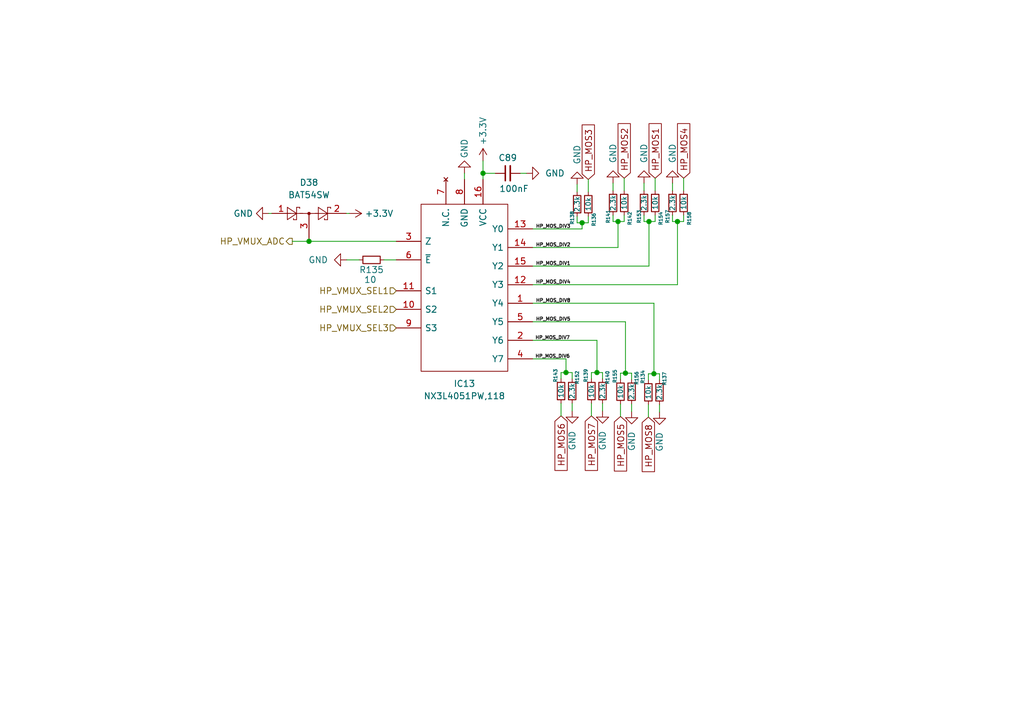
<source format=kicad_sch>
(kicad_sch (version 20211123) (generator eeschema)
  (paper "A5")
  (lib_symbols
    (symbol "Device:C_Small" (pin_numbers hide) (pin_names (offset 0.254) hide)
      (property "Reference" "C" (at 0.254 1.778 0))
      (property "Value" "C_Small" (at 0.254 -2.032 0))
      (symbol "C_Small_0_1"
        (polyline (pts (xy -1.524 -0.508) (xy 1.524 -0.508)) (stroke (width 0.3302)))
        (polyline (pts (xy -1.524 0.508) (xy 1.524 0.508)) (stroke (width 0.3048)))
      )
      (symbol "C_Small_1_1"
        (pin passive line (at 0 2.54 270) (length 2.032) (name "~") (number "1"))
        (pin passive line (at 0 -2.54 90) (length 2.032) (name "~") (number "2"))
      )
    )
    (symbol "Device:R_Small" (pin_numbers hide) (pin_names (offset 0.254) hide)
      (property "Reference" "R" (at 0.762 0.508 0))
      (property "Value" "R_Small" (at 0.762 -1.016 0))
      (symbol "R_Small_0_1"
        (rectangle (start -0.762 1.778) (end 0.762 -1.778) (stroke (width 0.2032)))
      )
      (symbol "R_Small_1_1"
        (pin passive line (at 0 2.54 270) (length 0.762) (name "~") (number "1"))
        (pin passive line (at 0 -2.54 90) (length 0.762) (name "~") (number "2"))
      )
    )
    (symbol "Diode:BAT54SW" (pin_names (offset 1.016))
      (property "Reference" "D" (at 0.635 -3.81 0))
      (property "Value" "BAT54SW" (at -6.35 3.175 0))
      (symbol "BAT54SW_0_1"
        (polyline (pts (xy -3.81 0) (xy -1.27 0)))
        (polyline (pts (xy -3.175 -1.27) (xy -3.175 -1.016)))
        (polyline (pts (xy -2.54 -1.27) (xy -3.175 -1.27)))
        (polyline (pts (xy -2.54 -1.27) (xy -2.54 1.27)))
        (polyline (pts (xy -2.54 1.27) (xy -1.905 1.27)))
        (polyline (pts (xy -1.905 0) (xy 1.905 0)))
        (polyline (pts (xy -1.905 1.27) (xy -1.905 1.016)))
        (polyline (pts (xy 1.27 0) (xy 3.81 0)))
        (polyline (pts (xy 3.175 -1.27) (xy 3.175 -1.016)))
        (polyline (pts (xy 3.81 -1.27) (xy 3.175 -1.27)))
        (polyline (pts (xy 3.81 -1.27) (xy 3.81 1.27)))
        (polyline (pts (xy 3.81 1.27) (xy 4.445 1.27)))
        (polyline (pts (xy 4.445 1.27) (xy 4.445 1.016)))
        (polyline (pts (xy -4.445 1.27) (xy -4.445 -1.27) (xy -2.54 0) (xy -4.445 1.27)))
        (polyline (pts (xy 1.905 1.27) (xy 1.905 -1.27) (xy 3.81 0) (xy 1.905 1.27)))
        (circle (center 0 0) (radius 0.254) (fill (type outline)))
      )
      (symbol "BAT54SW_1_1"
        (pin passive line (at -7.62 0 0) (length 3.81) (name "~") (number "1"))
        (pin passive line (at 7.62 0 180) (length 3.81) (name "~") (number "2"))
        (pin passive line (at 0 -5.08 90) (length 5.08) (name "~") (number "3"))
      )
    )
    (symbol "pdms_additional:NX3L4051PW,118" (pin_names (offset 0.762))
      (property "Reference" "IC" (at 59.69 12.7 0))
      (property "Value" "NX3L4051PW,118" (at 59.69 10.16 0))
      (symbol "NX3L4051PW,118_0_0"
        (pin passive line (at 27.94 -17.78 180) (length 5.08) (name "Y4") (number "1"))
        (pin passive line (at 0 -19.05 0) (length 5.08) (name "S2") (number "10"))
        (pin passive line (at 0 -15.24 0) (length 5.08) (name "S1") (number "11"))
        (pin passive line (at 27.94 -13.97 180) (length 5.08) (name "Y3") (number "12"))
        (pin passive line (at 27.94 -2.54 180) (length 5.08) (name "Y0") (number "13"))
        (pin passive line (at 27.94 -6.35 180) (length 5.08) (name "Y1") (number "14"))
        (pin passive line (at 27.94 -10.16 180) (length 5.08) (name "Y2") (number "15"))
        (pin passive line (at 17.78 7.62 270) (length 5.08) (name "VCC") (number "16"))
        (pin passive line (at 27.94 -25.4 180) (length 5.08) (name "Y6") (number "2"))
        (pin passive line (at 0 -5.08 0) (length 5.08) (name "Z") (number "3"))
        (pin passive line (at 27.94 -29.21 180) (length 5.08) (name "Y7") (number "4"))
        (pin passive line (at 27.94 -21.59 180) (length 5.08) (name "Y5") (number "5"))
        (pin passive line (at 0 -8.89 0) (length 5.08) (name "~{E}") (number "6"))
        (pin no_connect line (at 10.16 7.62 270) (length 5.08) (name "N.C.") (number "7"))
        (pin passive line (at 13.97 7.62 270) (length 5.08) (name "GND") (number "8"))
        (pin passive line (at 0 -22.86 0) (length 5.08) (name "S3") (number "9"))
      )
      (symbol "NX3L4051PW,118_0_1"
        (polyline (pts (xy 5.08 2.54) (xy 22.86 2.54) (xy 22.86 -31.75) (xy 5.08 -31.75) (xy 5.08 2.54)) (stroke (width 0.1524)))
      )
    )
    (symbol "power:+3.3V" (power) (pin_names (offset 0))
      (property "Value" "+3.3V" (at 0 3.556 0))
      (symbol "+3.3V_0_1"
        (polyline (pts (xy -0.762 1.27) (xy 0 2.54)))
        (polyline (pts (xy 0 0) (xy 0 2.54)))
        (polyline (pts (xy 0 2.54) (xy 0.762 1.27)))
      )
      (symbol "+3.3V_1_1"
        (pin power_in line (at 0 0 90) (length 0) hide (name "+3.3V") (number "1"))
      )
    )
    (symbol "power:GND" (power) (pin_names (offset 0))
      (property "Value" "GND" (at 0 -3.81 0))
      (symbol "GND_0_1"
        (polyline (pts (xy 0 0) (xy 0 -1.27) (xy 1.27 -1.27) (xy 0 -2.54) (xy -1.27 -1.27) (xy 0 -1.27)))
      )
      (symbol "GND_1_1"
        (pin power_in line (at 0 0 270) (length 0) hide (name "GND") (number "1"))
      )
    )
  )
  (junction (at 116.078 76.454))
  (junction (at 138.938 45.466))
  (junction (at 122.428 76.454))
  (junction (at 99.06 35.56))
  (junction (at 63.373 49.53))
  (junction (at 128.27 76.581))
  (junction (at 134.112 76.708))
  (junction (at 133.096 45.466))
  (junction (at 119.38 45.72))
  (junction (at 126.746 45.466))
  (wire (pts (xy 106.68 35.56) (xy 107.95 35.56)))
  (wire (pts (xy 121.285 82.804) (xy 121.285 85.344)))
  (wire (pts (xy 132.08 39.116) (xy 132.08 37.592)))
  (wire (pts (xy 117.348 82.804) (xy 117.348 84.328)))
  (wire (pts (xy 129.54 82.931) (xy 129.54 84.455)))
  (wire (pts (xy 109.22 46.99) (xy 119.38 46.99)))
  (wire (pts (xy 140.208 45.466) (xy 140.208 44.196)))
  (wire (pts (xy 135.255 83.058) (xy 135.255 84.582)))
  (wire (pts (xy 121.285 76.454) (xy 122.428 76.454)))
  (wire (pts (xy 99.06 33.02) (xy 99.06 35.56)))
  (wire (pts (xy 117.348 77.724) (xy 117.348 76.454)))
  (wire (pts (xy 122.428 69.85) (xy 122.428 76.454)))
  (wire (pts (xy 55.118 43.815) (xy 55.753 43.815)))
  (wire (pts (xy 118.364 39.37) (xy 118.364 37.846)))
  (wire (pts (xy 127.254 82.931) (xy 127.254 85.471)))
  (wire (pts (xy 126.746 45.466) (xy 126.746 50.8)))
  (wire (pts (xy 119.38 45.72) (xy 120.65 45.72)))
  (wire (pts (xy 134.112 76.708) (xy 135.255 76.708)))
  (wire (pts (xy 137.922 39.116) (xy 137.922 37.592)))
  (wire (pts (xy 132.969 76.708) (xy 134.112 76.708)))
  (wire (pts (xy 120.65 45.72) (xy 120.65 44.45)))
  (wire (pts (xy 121.285 76.454) (xy 121.285 77.724)))
  (wire (pts (xy 95.25 35.56) (xy 95.25 36.83)))
  (wire (pts (xy 125.73 44.196) (xy 125.73 45.466)))
  (wire (pts (xy 125.73 39.116) (xy 125.73 37.592)))
  (wire (pts (xy 125.73 45.466) (xy 126.746 45.466)))
  (wire (pts (xy 134.366 45.466) (xy 134.366 44.196)))
  (wire (pts (xy 78.74 53.34) (xy 81.28 53.34)))
  (wire (pts (xy 123.571 77.724) (xy 123.571 76.454)))
  (wire (pts (xy 109.22 69.85) (xy 122.428 69.85)))
  (wire (pts (xy 109.22 73.66) (xy 116.078 73.66)))
  (wire (pts (xy 116.078 73.66) (xy 116.078 76.454)))
  (wire (pts (xy 138.938 45.466) (xy 138.938 58.42)))
  (wire (pts (xy 122.428 76.454) (xy 123.571 76.454)))
  (wire (pts (xy 109.22 54.61) (xy 133.096 54.61)))
  (wire (pts (xy 115.062 76.454) (xy 116.078 76.454)))
  (wire (pts (xy 134.366 39.116) (xy 134.366 36.576)))
  (wire (pts (xy 128.27 66.04) (xy 128.27 76.581)))
  (wire (pts (xy 138.938 45.466) (xy 140.208 45.466)))
  (wire (pts (xy 128.016 45.466) (xy 128.016 44.196)))
  (wire (pts (xy 63.373 49.53) (xy 63.373 48.895)))
  (wire (pts (xy 109.22 62.23) (xy 134.112 62.23)))
  (wire (pts (xy 137.922 45.466) (xy 138.938 45.466)))
  (wire (pts (xy 99.06 35.56) (xy 99.06 36.83)))
  (wire (pts (xy 128.016 39.116) (xy 128.016 36.576)))
  (wire (pts (xy 129.54 77.851) (xy 129.54 76.581)))
  (wire (pts (xy 116.078 76.454) (xy 117.348 76.454)))
  (wire (pts (xy 135.255 77.978) (xy 135.255 76.708)))
  (wire (pts (xy 109.22 50.8) (xy 126.746 50.8)))
  (wire (pts (xy 115.062 82.804) (xy 115.062 85.344)))
  (wire (pts (xy 109.22 58.42) (xy 138.938 58.42)))
  (wire (pts (xy 101.6 35.56) (xy 99.06 35.56)))
  (wire (pts (xy 109.22 66.04) (xy 128.27 66.04)))
  (wire (pts (xy 123.571 82.804) (xy 123.571 84.328)))
  (wire (pts (xy 127.254 76.581) (xy 127.254 77.851)))
  (wire (pts (xy 115.062 76.454) (xy 115.062 77.724)))
  (wire (pts (xy 132.969 76.708) (xy 132.969 77.978)))
  (wire (pts (xy 128.27 76.581) (xy 129.54 76.581)))
  (wire (pts (xy 140.208 39.116) (xy 140.208 36.576)))
  (wire (pts (xy 59.944 49.53) (xy 63.373 49.53)))
  (wire (pts (xy 127.254 76.581) (xy 128.27 76.581)))
  (wire (pts (xy 119.38 45.72) (xy 119.38 46.99)))
  (wire (pts (xy 133.096 45.466) (xy 134.366 45.466)))
  (wire (pts (xy 126.746 45.466) (xy 128.016 45.466)))
  (wire (pts (xy 134.112 62.23) (xy 134.112 76.708)))
  (wire (pts (xy 120.65 39.37) (xy 120.65 36.83)))
  (wire (pts (xy 71.12 53.34) (xy 73.66 53.34)))
  (wire (pts (xy 118.364 44.45) (xy 118.364 45.72)))
  (wire (pts (xy 132.969 83.058) (xy 132.969 85.598)))
  (wire (pts (xy 132.08 45.466) (xy 133.096 45.466)))
  (wire (pts (xy 63.373 49.53) (xy 81.28 49.53)))
  (wire (pts (xy 118.364 45.72) (xy 119.38 45.72)))
  (wire (pts (xy 137.922 44.196) (xy 137.922 45.466)))
  (wire (pts (xy 132.08 44.196) (xy 132.08 45.466)))
  (wire (pts (xy 71.628 43.815) (xy 70.993 43.815)))
  (wire (pts (xy 133.096 45.466) (xy 133.096 54.61)))
  (label "HP_MOS_DIV8" (at 109.855 62.23 0) (effects (font (size 0.7 0.7))))
  (label "HP_MOS_DIV4" (at 109.855 58.42 0) (effects (font (size 0.7 0.7))))
  (label "HP_MOS_DIV7" (at 109.728 69.85 0) (effects (font (size 0.7 0.7))))
  (label "HP_MOS_DIV1" (at 109.855 54.61 0) (effects (font (size 0.7 0.7))))
  (label "HP_MOS_DIV3" (at 109.855 46.99 0) (effects (font (size 0.7 0.7))))
  (label "HP_MOS_DIV2" (at 109.855 50.8 0) (effects (font (size 0.7 0.7))))
  (label "HP_MOS_DIV5" (at 109.855 66.04 0) (effects (font (size 0.7 0.7))))
  (label "HP_MOS_DIV6" (at 109.728 73.66 0) (effects (font (size 0.7 0.7))))
  (global_label "HP_MOS3" (shape input) (at 120.65 36.83 90) (property "Intersheet References" "${INTERSHEET_REFS}" (effects hide)))
  (global_label "HP_MOS4" (shape input) (at 140.208 36.576 90) (property "Intersheet References" "${INTERSHEET_REFS}" (effects hide)))
  (global_label "HP_MOS2" (shape input) (at 128.016 36.576 90) (property "Intersheet References" "${INTERSHEET_REFS}" (effects hide)))
  (global_label "HP_MOS1" (shape input) (at 134.366 36.576 90) (property "Intersheet References" "${INTERSHEET_REFS}" (effects hide)))
  (global_label "HP_MOS6" (shape input) (at 115.062 85.344 270) (property "Intersheet References" "${INTERSHEET_REFS}" (effects hide)))
  (global_label "HP_MOS8" (shape input) (at 132.969 85.598 270) (property "Intersheet References" "${INTERSHEET_REFS}" (effects hide)))
  (global_label "HP_MOS7" (shape input) (at 121.285 85.344 270) (property "Intersheet References" "${INTERSHEET_REFS}" (effects hide)))
  (global_label "HP_MOS5" (shape input) (at 127.254 85.471 270) (property "Intersheet References" "${INTERSHEET_REFS}" (effects hide)))
  (hierarchical_label "HP_VMUX_SEL2" (shape input) (at 81.28 63.5 180))
  (hierarchical_label "HP_VMUX_ADC" (shape output) (at 59.944 49.53 180))
  (hierarchical_label "HP_VMUX_SEL3" (shape input) (at 81.28 67.31 180))
  (hierarchical_label "HP_VMUX_SEL1" (shape input) (at 81.28 59.69 180))
  (symbol (lib_id "power:GND") (at 107.95 35.56 90) (unit 1)
    (property "Reference" "#PWR0319" (effects hide))
    (property "Value" "GND" (at 111.76 35.5599 90) (effects (justify right)))
  )
  (symbol (lib_id "Device:R_Small") (at 118.364 41.91 0) (unit 1)
    (property "Reference" "R138" (at 117.348 44.704 90) (effects (font (size 0.7 0.7))))
    (property "Value" "2.3k" (at 118.364 41.91 90) (effects (font (size 1 1))))
    (property "Footprint" "Resistor_SMD:R_0402_1005Metric" (effects hide))
  )
  (symbol (lib_id "power:GND") (at 123.571 84.328 0) (unit 1)
    (property "Reference" "#PWR0349" (effects hide))
    (property "Value" "GND" (at 123.5711 88.392 90) (effects (justify right)))
  )
  (symbol (lib_id "Device:R_Small") (at 123.571 80.264 180) (unit 1)
    (property "Reference" "R140" (at 124.587 77.47 90) (effects (font (size 0.7 0.7))))
    (property "Value" "2.3k" (at 123.571 80.264 90) (effects (font (size 1 1))))
    (property "Footprint" "Resistor_SMD:R_0402_1005Metric" (effects hide))
  )
  (symbol (lib_id "Device:R_Small") (at 117.348 80.264 180) (unit 1)
    (property "Reference" "R152" (at 118.364 77.47 90) (effects (font (size 0.7 0.7))))
    (property "Value" "2.3k" (at 117.348 80.264 90) (effects (font (size 1 1))))
    (property "Footprint" "Resistor_SMD:R_0402_1005Metric" (effects hide))
  )
  (symbol (lib_id "Device:R_Small") (at 120.65 41.91 180) (unit 1)
    (property "Reference" "R136" (at 121.793 45.085 90) (effects (font (size 0.7 0.7))))
    (property "Value" "10k" (at 120.65 41.91 90) (effects (font (size 1 1))))
    (property "Footprint" "Resistor_SMD:R_0402_1005Metric" (effects hide))
  )
  (symbol (lib_id "Diode:BAT54SW") (at 63.373 43.815 0) (unit 1)
    (property "Reference" "D38" (at 63.373 37.465 0))
    (property "Value" "BAT54SW" (at 63.373 40.005 0))
    (property "Footprint" "Package_TO_SOT_SMD:SOT-323_SC-70" (effects hide))
    (property "Datasheet" "https://assets.nexperia.com/documents/data-sheet/BAT54W_SER.pdf" (effects hide))
  )
  (symbol (lib_id "Device:R_Small") (at 135.255 80.518 180) (unit 1)
    (property "Reference" "R137" (at 136.271 77.724 90) (effects (font (size 0.7 0.7))))
    (property "Value" "2.3k" (at 135.255 80.518 90) (effects (font (size 1 1))))
    (property "Footprint" "Resistor_SMD:R_0402_1005Metric" (effects hide))
  )
  (symbol (lib_id "Device:R_Small") (at 127.254 80.391 0) (unit 1)
    (property "Reference" "R155" (at 126.111 77.216 90) (effects (font (size 0.7 0.7))))
    (property "Value" "10k" (at 127.254 80.391 90) (effects (font (size 1 1))))
    (property "Footprint" "Resistor_SMD:R_0402_1005Metric" (effects hide))
  )
  (symbol (lib_id "power:GND") (at 125.73 37.592 180) (unit 1)
    (property "Reference" "#PWR0350" (effects hide))
    (property "Value" "GND" (at 125.7299 33.528 90) (effects (justify right)))
  )
  (symbol (lib_id "Device:R_Small") (at 121.285 80.264 0) (unit 1)
    (property "Reference" "R139" (at 120.142 77.089 90) (effects (font (size 0.7 0.7))))
    (property "Value" "10k" (at 121.285 80.264 90) (effects (font (size 1 1))))
    (property "Footprint" "Resistor_SMD:R_0402_1005Metric" (effects hide))
  )
  (symbol (lib_id "Device:R_Small") (at 76.2 53.34 90) (unit 1)
    (property "Reference" "R135" (at 76.2 55.372 90))
    (property "Value" "10" (at 75.946 57.404 90))
    (property "Footprint" "Resistor_SMD:R_0402_1005Metric" (effects hide))
  )
  (symbol (lib_id "power:+3.3V") (at 99.06 33.02 0) (unit 1)
    (property "Reference" "#PWR0343" (effects hide))
    (property "Value" "+3.3V" (at 99.06 29.845 90) (effects (justify left)))
  )
  (symbol (lib_id "power:GND") (at 132.08 37.592 180) (unit 1)
    (property "Reference" "#PWR0353" (effects hide))
    (property "Value" "GND" (at 132.0799 33.528 90) (effects (justify right)))
  )
  (symbol (lib_id "Device:R_Small") (at 132.08 41.656 0) (unit 1)
    (property "Reference" "R153" (at 131.064 44.45 90) (effects (font (size 0.7 0.7))))
    (property "Value" "2.3k" (at 132.08 41.656 90) (effects (font (size 1 1))))
    (property "Footprint" "Resistor_SMD:R_0402_1005Metric" (effects hide))
  )
  (symbol (lib_id "Device:R_Small") (at 128.016 41.656 180) (unit 1)
    (property "Reference" "R142" (at 129.159 44.831 90) (effects (font (size 0.7 0.7))))
    (property "Value" "10k" (at 128.016 41.656 90) (effects (font (size 1 1))))
    (property "Footprint" "Resistor_SMD:R_0402_1005Metric" (effects hide))
  )
  (symbol (lib_id "power:GND") (at 118.364 37.846 180) (unit 1)
    (property "Reference" "#PWR0351" (effects hide))
    (property "Value" "GND" (at 118.3639 33.782 90) (effects (justify right)))
  )
  (symbol (lib_id "power:GND") (at 137.922 37.592 180) (unit 1)
    (property "Reference" "#PWR0352" (effects hide))
    (property "Value" "GND" (at 137.9219 33.528 90) (effects (justify right)))
  )
  (symbol (lib_id "power:GND") (at 55.118 43.815 270) (unit 1)
    (property "Reference" "#PWR0325" (effects hide))
    (property "Value" "GND" (at 51.943 43.8149 90) (effects (justify right)))
  )
  (symbol (lib_id "Device:R_Small") (at 137.922 41.656 0) (unit 1)
    (property "Reference" "R157" (at 136.906 44.45 90) (effects (font (size 0.7 0.7))))
    (property "Value" "2.3k" (at 137.922 41.656 90) (effects (font (size 1 1))))
    (property "Footprint" "Resistor_SMD:R_0402_1005Metric" (effects hide))
  )
  (symbol (lib_id "power:GND") (at 117.348 84.328 0) (unit 1)
    (property "Reference" "#PWR0347" (effects hide))
    (property "Value" "GND" (at 117.3481 88.392 90) (effects (justify right)))
  )
  (symbol (lib_id "power:GND") (at 95.25 35.56 180) (unit 1)
    (property "Reference" "#PWR0344" (effects hide))
    (property "Value" "GND" (at 95.25 30.48 90))
  )
  (symbol (lib_id "Device:R_Small") (at 115.062 80.264 0) (unit 1)
    (property "Reference" "R143" (at 113.919 77.089 90) (effects (font (size 0.7 0.7))))
    (property "Value" "10k" (at 115.062 80.264 90) (effects (font (size 1 1))))
    (property "Footprint" "Resistor_SMD:R_0402_1005Metric" (effects hide))
  )
  (symbol (lib_id "Device:C_Small") (at 104.14 35.56 90) (unit 1)
    (property "Reference" "C89" (at 104.14 32.385 90))
    (property "Value" "100nF" (at 105.41 38.735 90))
    (property "Footprint" "Capacitor_SMD:C_0402_1005Metric" (effects hide))
  )
  (symbol (lib_id "power:GND") (at 129.54 84.455 0) (unit 1)
    (property "Reference" "#PWR0348" (effects hide))
    (property "Value" "GND" (at 129.5401 88.519 90) (effects (justify right)))
  )
  (symbol (lib_id "Device:R_Small") (at 129.54 80.391 180) (unit 1)
    (property "Reference" "R156" (at 130.556 77.597 90) (effects (font (size 0.7 0.7))))
    (property "Value" "2.3k" (at 129.54 80.391 90) (effects (font (size 1 1))))
    (property "Footprint" "Resistor_SMD:R_0402_1005Metric" (effects hide))
  )
  (symbol (lib_id "Device:R_Small") (at 125.73 41.656 0) (unit 1)
    (property "Reference" "R141" (at 124.714 44.45 90) (effects (font (size 0.7 0.7))))
    (property "Value" "2.3k" (at 125.73 41.656 90) (effects (font (size 1 1))))
    (property "Footprint" "Resistor_SMD:R_0402_1005Metric" (effects hide))
  )
  (symbol (lib_id "power:GND") (at 135.255 84.582 0) (unit 1)
    (property "Reference" "#PWR0345" (effects hide))
    (property "Value" "GND" (at 135.2551 88.646 90) (effects (justify right)))
  )
  (symbol (lib_id "Device:R_Small") (at 132.969 80.518 0) (unit 1)
    (property "Reference" "R134" (at 131.826 77.343 90) (effects (font (size 0.7 0.7))))
    (property "Value" "10k" (at 132.969 80.518 90) (effects (font (size 1 1))))
    (property "Footprint" "Resistor_SMD:R_0402_1005Metric" (effects hide))
  )
  (symbol (lib_id "pdms_additional:NX3L4051PW,118") (at 81.28 44.45 0) (unit 1)
    (property "Reference" "IC13" (at 95.25 78.74 0))
    (property "Value" "NX3L4051PW,118" (at 95.25 81.28 0))
    (property "Footprint" "PDMS_Additional:SOP65P640X110-16N" (effects hide))
    (property "Datasheet" "http://www.nxp.com/docs/en/data-sheet/NX3L4051.pdf" (effects hide))
    (property "Description" "Analog Switch ICs ANLG SWT SPST 3.3V" (effects hide))
    (property "Height" "1.1" (effects hide))
    (property "Manufacturer_Name" "NXP" (effects hide))
    (property "Manufacturer_Part_Number" "NX3L4051PW,118" (effects hide))
    (property "Mouser Part Number" "771-NX3L4051PW118" (effects hide))
    (property "Mouser Price/Stock" "https://www.mouser.co.uk/ProductDetail/NXP-Semiconductors/NX3L4051PW118?qs=vbj%2FKoHZRAgFepmnkfH0Pw%3D%3D" (effects hide))
    (property "Arrow Part Number" "NX3L4051PW,118" (effects hide))
    (property "Arrow Price/Stock" "https://www.arrow.com/en/products/nx3l4051pw118/nxp-semiconductors?region=nac" (effects hide))
  )
  (symbol (lib_id "power:+3.3V") (at 71.628 43.815 270) (unit 1)
    (property "Reference" "#PWR0326" (effects hide))
    (property "Value" "+3.3V" (at 74.803 43.8149 90) (effects (justify left)))
  )
  (symbol (lib_id "Device:R_Small") (at 140.208 41.656 180) (unit 1)
    (property "Reference" "R158" (at 141.351 44.831 90) (effects (font (size 0.7 0.7))))
    (property "Value" "10k" (at 140.208 41.656 90) (effects (font (size 1 1))))
    (property "Footprint" "Resistor_SMD:R_0402_1005Metric" (effects hide))
  )
  (symbol (lib_id "power:GND") (at 71.12 53.34 270) (unit 1)
    (property "Reference" "#PWR0346" (effects hide))
    (property "Value" "GND" (at 67.31 53.3399 90) (effects (justify right)))
  )
  (symbol (lib_id "Device:R_Small") (at 134.366 41.656 180) (unit 1)
    (property "Reference" "R154" (at 135.509 44.831 90) (effects (font (size 0.7 0.7))))
    (property "Value" "10k" (at 134.366 41.656 90) (effects (font (size 1 1))))
    (property "Footprint" "Resistor_SMD:R_0402_1005Metric" (effects hide))
  )
)
</source>
